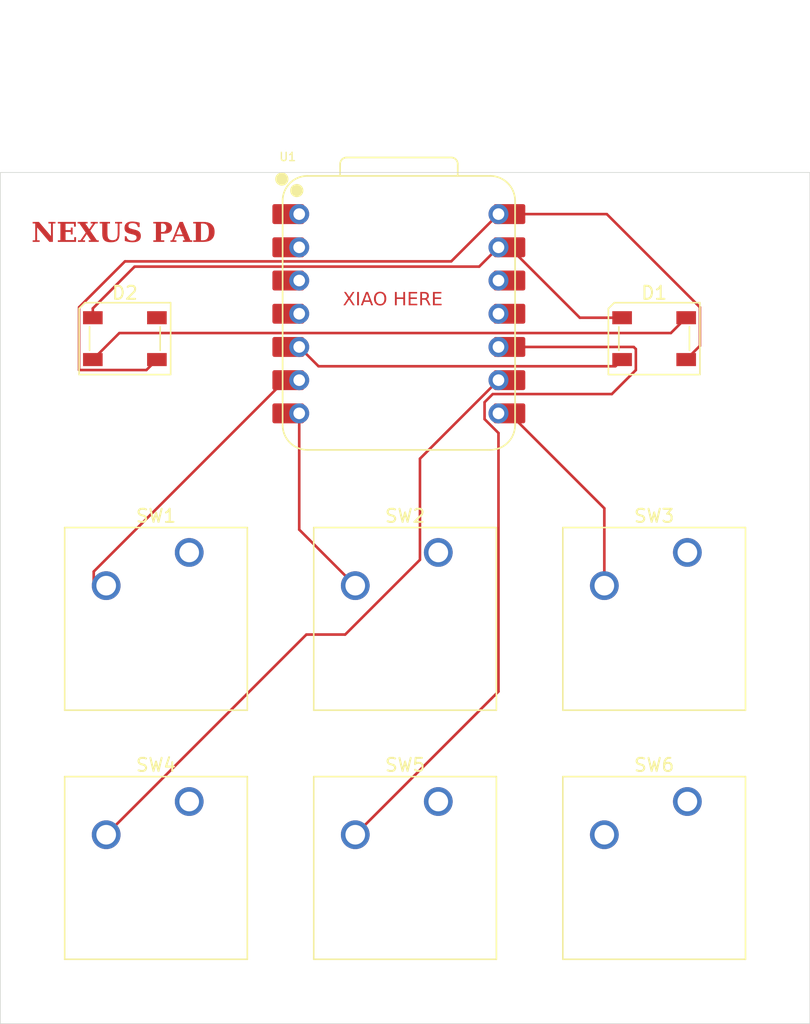
<source format=kicad_pcb>
(kicad_pcb (version 20241229) (generator "pcbnew") (generator_version "9.0")
  (layers (0 "F.Cu" signal) (2 "B.Cu" signal) (13 "F.Paste" user) (15 "B.Paste" user) (5 "F.SilkS" user "F.Silkscreen") (7 "B.SilkS" user "B.Silkscreen") (1 "F.Mask" user) (3 "B.Mask" user) (25 "Edge.Cuts" user))
  (net 0 "")
  (net 1 "Net-(D1-DOUT)")
  (net 2 "+5V")
  (net 3 "GND")
  (net 4 "Net-(D1-DIN)")
  (net 13 "Net-(U1-GPIO7{slash}SCL)")
  (net 14 "Net-(U1-GPIO0{slash}TX)")
  (net 15 "Net-(U1-GPIO1{slash}RX)")
  (net 16 "Net-(U1-GPIO2{slash}SCK)")
  (net 17 "Net-(U1-GPIO4{slash}MISO)")
  (net 21 "unconnected-(U1-GPIO26{slash}ADC0{slash}A0-Pad1)")
  (footprint "Button_Switch_Keyboard:SW_Cherry_MX_1.00u_PCB" (layer "F.Cu") (at 114.45875 49.68875)
    (property "Reference" "SW3" (at -2.54 -2.794 0) (layer "F.SilkS"))
    (property "Value" "SW_Push")
    (fp_line (start -9.525 -1.905) (end 4.445 -1.905) (stroke (width 0.12)) (layer "F.SilkS"))
    (fp_line (start -9.525 12.065) (end -9.525 -1.905) (stroke (width 0.12)) (layer "F.SilkS"))
    (fp_line (start 4.445 -1.905) (end 4.445 12.065) (stroke (width 0.12)) (layer "F.SilkS"))
    (fp_line (start 4.445 12.065) (end -9.525 12.065) (stroke (width 0.12)) (layer "F.SilkS"))
    (pad "" np_thru_hole circle (at -7.62 5.08) (size 1.7 1.7) (drill 1.7) (layers "*.Cu" "*.Mask"))
    (pad "" np_thru_hole circle (at -2.54 5.08) (size 4 4) (drill 4) (layers "*.Cu" "*.Mask"))
    (pad "" np_thru_hole circle (at 2.54 5.08) (size 1.7 1.7) (drill 1.7) (layers "*.Cu" "*.Mask"))
    (pad "1" thru_hole circle (at 0 0) (size 2.2 2.2) (drill 1.5) (layers "*.Cu" "*.Mask"))
    (pad "2" thru_hole circle (at -6.35 2.54) (size 2.2 2.2) (drill 1.5) (layers "*.Cu" "*.Mask") (net 15 "Net-(U1-GPIO1{slash}RX)"))
  )
  (footprint "Button_Switch_Keyboard:SW_Cherry_MX_1.00u_PCB" (layer "F.Cu") (at 95.40875 49.68875)
    (property "Reference" "SW2" (at -2.54 -2.794 0) (layer "F.SilkS"))
    (property "Value" "SW_Push")
    (fp_line (start -9.525 -1.905) (end 4.445 -1.905) (stroke (width 0.12)) (layer "F.SilkS"))
    (fp_line (start -9.525 12.065) (end -9.525 -1.905) (stroke (width 0.12)) (layer "F.SilkS"))
    (fp_line (start 4.445 -1.905) (end 4.445 12.065) (stroke (width 0.12)) (layer "F.SilkS"))
    (fp_line (start 4.445 12.065) (end -9.525 12.065) (stroke (width 0.12)) (layer "F.SilkS"))
    (pad "" np_thru_hole circle (at -7.62 5.08) (size 1.7 1.7) (drill 1.7) (layers "*.Cu" "*.Mask"))
    (pad "" np_thru_hole circle (at -2.54 5.08) (size 4 4) (drill 4) (layers "*.Cu" "*.Mask"))
    (pad "" np_thru_hole circle (at 2.54 5.08) (size 1.7 1.7) (drill 1.7) (layers "*.Cu" "*.Mask"))
    (pad "1" thru_hole circle (at 0 0) (size 2.2 2.2) (drill 1.5) (layers "*.Cu" "*.Mask"))
    (pad "2" thru_hole circle (at -6.35 2.54) (size 2.2 2.2) (drill 1.5) (layers "*.Cu" "*.Mask") (net 14 "Net-(U1-GPIO0{slash}TX)"))
  )
  (footprint "LED_SMD:LED_SK6812_PLCC4_5.0x5.0mm_P3.2mm" (layer "F.Cu") (at 71.4375 33.3375)
    (property "Reference" "D2" (at 0 -3.5 0) (layer "F.SilkS"))
    (property "Value" "SK6812")
    (fp_line (start -3.5 -2.3) (end -3.5 2.75) (stroke (width 0.12)) (layer "F.SilkS"))
    (fp_line (start -3.05 -2.75) (end -3.5 -2.3) (stroke (width 0.12)) (layer "F.SilkS"))
    (fp_line (start -2.7 -0.9) (end -2.7 0.9) (stroke (width 0.12)) (layer "F.SilkS"))
    (fp_line (start 2.7 -0.9) (end 2.7 0.9) (stroke (width 0.12)) (layer "F.SilkS"))
    (fp_line (start 3.5 -2.75) (end -3.05 -2.75) (stroke (width 0.12)) (layer "F.SilkS"))
    (fp_line (start 3.5 2.75) (end -3.5 2.75) (stroke (width 0.12)) (layer "F.SilkS"))
    (fp_line (start 3.5 2.75) (end 3.5 -2.75) (stroke (width 0.12)) (layer "F.SilkS"))
    (pad "1" smd rect (at -2.45 -1.6 180) (size 1.5 1) (layers "F.Cu" "F.Mask" "F.Paste") (net 3 "GND"))
    (pad "2" smd rect (at -2.45 1.6 180) (size 1.5 1) (layers "F.Cu" "F.Mask" "F.Paste") (net 1 "Net-(D1-DOUT)"))
    (pad "3" smd rect (at 2.45 1.6 180) (size 1.5 1) (layers "F.Cu" "F.Mask" "F.Paste") (net 2 "+5V"))
    (pad "4" smd rect (at 2.45 -1.6 180) (size 1.5 1) (layers "F.Cu" "F.Mask" "F.Paste"))
  )
  (footprint "OPL Lib:XIAO-RP2040-DIP" (layer "F.Cu") (at 92.3925 31.4325)
    (property "Reference" "U1" (at -8.5 -12 0) (layer "F.SilkS") (effects (font (size 0.635 0.635) (thickness 0.1016))))
    (property "Value" "XIAO-RP2040-DIP")
    (fp_line (start -8.89 8.509) (end -8.89 -8.636) (stroke (width 0.127)) (layer "F.SilkS"))
    (fp_line (start -6.985 10.414) (end 6.985 10.414) (stroke (width 0.127)) (layer "F.SilkS"))
    (fp_line (start -4.495 -10.541) (end -4.491272 -11.451272) (stroke (width 0.127)) (layer "F.SilkS"))
    (fp_line (start -3.991272 -11.951) (end 4.004 -11.951) (stroke (width 0.127)) (layer "F.SilkS"))
    (fp_line (start 4.504 -11.451) (end 4.504 -10.541) (stroke (width 0.127)) (layer "F.SilkS"))
    (fp_line (start 6.985 -10.541) (end -6.985 -10.541) (stroke (width 0.1)) (layer "F.SilkS"))
    (fp_line (start 6.985 -10.541) (end -6.985 -10.541) (stroke (width 0.127)) (layer "F.SilkS"))
    (fp_line (start 8.89 8.509) (end 8.89 -8.636) (stroke (width 0.127)) (layer "F.SilkS"))
    (fp_arc (start -8.89 -8.636) (mid -8.332038 -9.983038) (end -6.985 -10.541) (stroke (width 0.127)) (layer "F.SilkS"))
    (fp_arc (start -6.985 10.414) (mid -8.332038 9.856038) (end -8.89 8.509) (stroke (width 0.127)) (layer "F.SilkS"))
    (fp_arc (start -4.491272 -11.451272) (mid -4.344728 -11.80464) (end -3.991272 -11.951) (stroke (width 0.127)) (layer "F.SilkS"))
    (fp_arc (start 4.004 -11.951) (mid 4.357553 -11.804553) (end 4.504 -11.451) (stroke (width 0.127)) (layer "F.SilkS"))
    (fp_arc (start 6.985 -10.541) (mid 8.332038 -9.983038) (end 8.89 -8.636) (stroke (width 0.127)) (layer "F.SilkS"))
    (fp_arc (start 8.89 8.509) (mid 8.332038 9.856038) (end 6.985 10.414) (stroke (width 0.127)) (layer "F.SilkS"))
    (fp_circle (center -8.95 -10.3) (end -8.95 -10.554) (stroke (width 0.5)) (fill yes) (layer "F.SilkS"))
    (fp_circle (center -7.807 -9.42) (end -7.807 -9.674) (stroke (width 0.5)) (fill yes) (layer "F.SilkS"))
    (pad "1" smd roundrect (at -8.455 -7.62 180) (size 2.432 1.524) (layers "F.Cu" "F.Mask") (roundrect_rratio 0.1) (net 21 "unconnected-(U1-GPIO26{slash}ADC0{slash}A0-Pad1)"))
    (pad "1" thru_hole circle (at -7.62 -7.62 180) (size 1.524 1.524) (drill 0.889) (layers "*.Cu" "*.Mask") (net 21 "unconnected-(U1-GPIO26{slash}ADC0{slash}A0-Pad1)"))
    (pad "2" smd roundrect (at -8.455 -5.08 180) (size 2.432 1.524) (layers "F.Cu" "F.Mask") (roundrect_rratio 0.1))
    (pad "2" thru_hole circle (at -7.62 -5.08 180) (size 1.524 1.524) (drill 0.889) (layers "*.Cu" "*.Mask"))
    (pad "3" smd roundrect (at -8.455 -2.54 180) (size 2.432 1.524) (layers "F.Cu" "F.Mask") (roundrect_rratio 0.1))
    (pad "3" thru_hole circle (at -7.62 -2.54 180) (size 1.524 1.524) (drill 0.889) (layers "*.Cu" "*.Mask"))
    (pad "4" smd roundrect (at -8.455 0 180) (size 2.432 1.524) (layers "F.Cu" "F.Mask") (roundrect_rratio 0.1))
    (pad "4" thru_hole circle (at -7.62 0 180) (size 1.524 1.524) (drill 0.889) (layers "*.Cu" "*.Mask"))
    (pad "5" smd roundrect (at -8.455 2.54 180) (size 2.432 1.524) (layers "F.Cu" "F.Mask") (roundrect_rratio 0.1) (net 4 "Net-(D1-DIN)"))
    (pad "5" thru_hole circle (at -7.62 2.54 180) (size 1.524 1.524) (drill 0.889) (layers "*.Cu" "*.Mask") (net 4 "Net-(D1-DIN)"))
    (pad "6" smd roundrect (at -8.455 5.08 180) (size 2.432 1.524) (layers "F.Cu" "F.Mask") (roundrect_rratio 0.1) (net 13 "Net-(U1-GPIO7{slash}SCL)"))
    (pad "6" thru_hole circle (at -7.62 5.08 180) (size 1.524 1.524) (drill 0.889) (layers "*.Cu" "*.Mask") (net 13 "Net-(U1-GPIO7{slash}SCL)"))
    (pad "7" smd roundrect (at -8.455 7.62 180) (size 2.432 1.524) (layers "F.Cu" "F.Mask") (roundrect_rratio 0.1) (net 14 "Net-(U1-GPIO0{slash}TX)"))
    (pad "7" thru_hole circle (at -7.62 7.62 180) (size 1.524 1.524) (drill 0.889) (layers "*.Cu" "*.Mask") (net 14 "Net-(U1-GPIO0{slash}TX)"))
    (pad "8" thru_hole circle (at 7.62 7.62) (size 1.524 1.524) (drill 0.889) (layers "*.Cu" "*.Mask") (net 15 "Net-(U1-GPIO1{slash}RX)"))
    (pad "8" smd roundrect (at 8.455 7.62) (size 2.432 1.524) (layers "F.Cu" "F.Mask") (roundrect_rratio 0.1) (net 15 "Net-(U1-GPIO1{slash}RX)"))
    (pad "9" thru_hole circle (at 7.62 5.08) (size 1.524 1.524) (drill 0.889) (layers "*.Cu" "*.Mask") (net 16 "Net-(U1-GPIO2{slash}SCK)"))
    (pad "9" smd roundrect (at 8.455 5.08) (size 2.432 1.524) (layers "F.Cu" "F.Mask") (roundrect_rratio 0.1) (net 16 "Net-(U1-GPIO2{slash}SCK)"))
    (pad "10" thru_hole circle (at 7.62 2.54) (size 1.524 1.524) (drill 0.889) (layers "*.Cu" "*.Mask") (net 17 "Net-(U1-GPIO4{slash}MISO)"))
    (pad "10" smd roundrect (at 8.455 2.54) (size 2.432 1.524) (layers "F.Cu" "F.Mask") (roundrect_rratio 0.1) (net 17 "Net-(U1-GPIO4{slash}MISO)"))
    (pad "11" thru_hole circle (at 7.62 0) (size 1.524 1.524) (drill 0.889) (layers "*.Cu" "*.Mask"))
    (pad "11" smd roundrect (at 8.455 0) (size 2.432 1.524) (layers "F.Cu" "F.Mask") (roundrect_rratio 0.1))
    (pad "12" thru_hole circle (at 7.62 -2.54) (size 1.524 1.524) (drill 0.889) (layers "*.Cu" "*.Mask"))
    (pad "12" smd roundrect (at 8.455 -2.54) (size 2.432 1.524) (layers "F.Cu" "F.Mask") (roundrect_rratio 0.1))
    (pad "13" thru_hole circle (at 7.62 -5.08) (size 1.524 1.524) (drill 0.889) (layers "*.Cu" "*.Mask") (net 3 "GND"))
    (pad "13" smd roundrect (at 8.455 -5.08) (size 2.432 1.524) (layers "F.Cu" "F.Mask") (roundrect_rratio 0.1) (net 3 "GND"))
    (pad "14" thru_hole circle (at 7.62 -7.62) (size 1.524 1.524) (drill 0.889) (layers "*.Cu" "*.Mask") (net 2 "+5V"))
    (pad "14" smd roundrect (at 8.455 -7.62) (size 2.432 1.524) (layers "F.Cu" "F.Mask") (roundrect_rratio 0.1) (net 2 "+5V"))
  )
  (footprint "Button_Switch_Keyboard:SW_Cherry_MX_1.00u_PCB" (layer "F.Cu") (at 76.35875 49.68875)
    (property "Reference" "SW1" (at -2.54 -2.794 0) (layer "F.SilkS"))
    (property "Value" "SW_Push")
    (fp_line (start -9.525 -1.905) (end 4.445 -1.905) (stroke (width 0.12)) (layer "F.SilkS"))
    (fp_line (start -9.525 12.065) (end -9.525 -1.905) (stroke (width 0.12)) (layer "F.SilkS"))
    (fp_line (start 4.445 -1.905) (end 4.445 12.065) (stroke (width 0.12)) (layer "F.SilkS"))
    (fp_line (start 4.445 12.065) (end -9.525 12.065) (stroke (width 0.12)) (layer "F.SilkS"))
    (pad "" np_thru_hole circle (at -7.62 5.08) (size 1.7 1.7) (drill 1.7) (layers "*.Cu" "*.Mask"))
    (pad "" np_thru_hole circle (at -2.54 5.08) (size 4 4) (drill 4) (layers "*.Cu" "*.Mask"))
    (pad "" np_thru_hole circle (at 2.54 5.08) (size 1.7 1.7) (drill 1.7) (layers "*.Cu" "*.Mask"))
    (pad "1" thru_hole circle (at 0 0) (size 2.2 2.2) (drill 1.5) (layers "*.Cu" "*.Mask"))
    (pad "2" thru_hole circle (at -6.35 2.54) (size 2.2 2.2) (drill 1.5) (layers "*.Cu" "*.Mask") (net 13 "Net-(U1-GPIO7{slash}SCL)"))
  )
  (footprint "Button_Switch_Keyboard:SW_Cherry_MX_1.00u_PCB" (layer "F.Cu") (at 95.40875 68.73875)
    (property "Reference" "SW5" (at -2.54 -2.794 0) (layer "F.SilkS"))
    (property "Value" "SW_Push")
    (fp_line (start -9.525 -1.905) (end 4.445 -1.905) (stroke (width 0.12)) (layer "F.SilkS"))
    (fp_line (start -9.525 12.065) (end -9.525 -1.905) (stroke (width 0.12)) (layer "F.SilkS"))
    (fp_line (start 4.445 -1.905) (end 4.445 12.065) (stroke (width 0.12)) (layer "F.SilkS"))
    (fp_line (start 4.445 12.065) (end -9.525 12.065) (stroke (width 0.12)) (layer "F.SilkS"))
    (pad "" np_thru_hole circle (at -7.62 5.08) (size 1.7 1.7) (drill 1.7) (layers "*.Cu" "*.Mask"))
    (pad "" np_thru_hole circle (at -2.54 5.08) (size 4 4) (drill 4) (layers "*.Cu" "*.Mask"))
    (pad "" np_thru_hole circle (at 2.54 5.08) (size 1.7 1.7) (drill 1.7) (layers "*.Cu" "*.Mask"))
    (pad "1" thru_hole circle (at 0 0) (size 2.2 2.2) (drill 1.5) (layers "*.Cu" "*.Mask"))
    (pad "2" thru_hole circle (at -6.35 2.54) (size 2.2 2.2) (drill 1.5) (layers "*.Cu" "*.Mask") (net 17 "Net-(U1-GPIO4{slash}MISO)"))
  )
  (footprint "LED_SMD:LED_SK6812_PLCC4_5.0x5.0mm_P3.2mm" (layer "F.Cu") (at 111.91875 33.3375)
    (property "Reference" "D1" (at 0 -3.5 0) (layer "F.SilkS"))
    (property "Value" "SK6812")
    (fp_line (start -3.5 -2.3) (end -3.5 2.75) (stroke (width 0.12)) (layer "F.SilkS"))
    (fp_line (start -3.05 -2.75) (end -3.5 -2.3) (stroke (width 0.12)) (layer "F.SilkS"))
    (fp_line (start -2.7 -0.9) (end -2.7 0.9) (stroke (width 0.12)) (layer "F.SilkS"))
    (fp_line (start 2.7 -0.9) (end 2.7 0.9) (stroke (width 0.12)) (layer "F.SilkS"))
    (fp_line (start 3.5 -2.75) (end -3.05 -2.75) (stroke (width 0.12)) (layer "F.SilkS"))
    (fp_line (start 3.5 2.75) (end -3.5 2.75) (stroke (width 0.12)) (layer "F.SilkS"))
    (fp_line (start 3.5 2.75) (end 3.5 -2.75) (stroke (width 0.12)) (layer "F.SilkS"))
    (pad "1" smd rect (at -2.45 -1.6 180) (size 1.5 1) (layers "F.Cu" "F.Mask" "F.Paste") (net 3 "GND"))
    (pad "2" smd rect (at -2.45 1.6 180) (size 1.5 1) (layers "F.Cu" "F.Mask" "F.Paste") (net 4 "Net-(D1-DIN)"))
    (pad "3" smd rect (at 2.45 1.6 180) (size 1.5 1) (layers "F.Cu" "F.Mask" "F.Paste") (net 2 "+5V"))
    (pad "4" smd rect (at 2.45 -1.6 180) (size 1.5 1) (layers "F.Cu" "F.Mask" "F.Paste") (net 1 "Net-(D1-DOUT)"))
  )
  (footprint "Button_Switch_Keyboard:SW_Cherry_MX_1.00u_PCB" (layer "F.Cu") (at 76.35875 68.73875)
    (property "Reference" "SW4" (at -2.54 -2.794 0) (layer "F.SilkS"))
    (property "Value" "SW_Push")
    (fp_line (start -9.525 -1.905) (end 4.445 -1.905) (stroke (width 0.12)) (layer "F.SilkS"))
    (fp_line (start -9.525 12.065) (end -9.525 -1.905) (stroke (width 0.12)) (layer "F.SilkS"))
    (fp_line (start 4.445 -1.905) (end 4.445 12.065) (stroke (width 0.12)) (layer "F.SilkS"))
    (fp_line (start 4.445 12.065) (end -9.525 12.065) (stroke (width 0.12)) (layer "F.SilkS"))
    (pad "" np_thru_hole circle (at -7.62 5.08) (size 1.7 1.7) (drill 1.7) (layers "*.Cu" "*.Mask"))
    (pad "" np_thru_hole circle (at -2.54 5.08) (size 4 4) (drill 4) (layers "*.Cu" "*.Mask"))
    (pad "" np_thru_hole circle (at 2.54 5.08) (size 1.7 1.7) (drill 1.7) (layers "*.Cu" "*.Mask"))
    (pad "1" thru_hole circle (at 0 0) (size 2.2 2.2) (drill 1.5) (layers "*.Cu" "*.Mask"))
    (pad "2" thru_hole circle (at -6.35 2.54) (size 2.2 2.2) (drill 1.5) (layers "*.Cu" "*.Mask") (net 16 "Net-(U1-GPIO2{slash}SCK)"))
  )
  (footprint "Button_Switch_Keyboard:SW_Cherry_MX_1.00u_PCB" (layer "F.Cu") (at 114.45875 68.73875)
    (property "Reference" "SW6" (at -2.54 -2.794 0) (layer "F.SilkS"))
    (property "Value" "SW_Push")
    (fp_line (start -9.525 -1.905) (end 4.445 -1.905) (stroke (width 0.12)) (layer "F.SilkS"))
    (fp_line (start -9.525 12.065) (end -9.525 -1.905) (stroke (width 0.12)) (layer "F.SilkS"))
    (fp_line (start 4.445 -1.905) (end 4.445 12.065) (stroke (width 0.12)) (layer "F.SilkS"))
    (fp_line (start 4.445 12.065) (end -9.525 12.065) (stroke (width 0.12)) (layer "F.SilkS"))
    (pad "" np_thru_hole circle (at -7.62 5.08) (size 1.7 1.7) (drill 1.7) (layers "*.Cu" "*.Mask"))
    (pad "" np_thru_hole circle (at -2.54 5.08) (size 4 4) (drill 4) (layers "*.Cu" "*.Mask"))
    (pad "" np_thru_hole circle (at 2.54 5.08) (size 1.7 1.7) (drill 1.7) (layers "*.Cu" "*.Mask"))
    (pad "1" thru_hole circle (at 0 0) (size 2.2 2.2) (drill 1.5) (layers "*.Cu" "*.Mask"))
    (pad "2" thru_hole circle (at -6.35 2.54) (size 2.2 2.2) (drill 1.5) (layers "*.Cu" "*.Mask"))
  )
  (gr_rect (start 61.9125 20.63125) (end 123.825 85.725) (stroke (width 0.05)) (fill no) (layer "Edge.Cuts"))
  (gr_text "XIAO HERE" (at 88.10625 30.95625 0) (layer "F.Cu") (effects (font (size 1 1) (thickness 0.1)) (justify left bottom)))
  (gr_text "NEXUS PAD" (at 64.29375 26.19375 0) (layer "F.Cu") (effects (font (size 1.5 1.5) (thickness 0.3) (bold yes)) (justify left bottom)))
  (segment (start 114.36875 31.7375) (end 113.19675 32.9095) (width 0.2) (layer "F.Cu") (net 1))
  (segment (start 71.0155 32.9095) (end 68.9875 34.9375) (width 0.2) (layer "F.Cu") (net 1))
  (segment (start 113.19675 32.9095) (end 71.0155 32.9095) (width 0.2) (layer "F.Cu") (net 1))
  (segment (start 67.9365 30.9365) (end 71.4445 27.4285) (width 0.2) (layer "F.Cu") (net 2))
  (segment (start 71.4445 27.4285) (end 96.3965 27.4285) (width 0.2) (layer "F.Cu") (net 2))
  (segment (start 108.29575 23.8125) (end 100.8475 23.8125) (width 0.2) (layer "F.Cu") (net 2))
  (segment (start 73.8875 34.9375) (end 73.0865 35.7385) (width 0.2) (layer "F.Cu") (net 2))
  (segment (start 67.9365 35.7385) (end 67.9365 30.9365) (width 0.2) (layer "F.Cu") (net 2))
  (segment (start 115.41975 30.9365) (end 108.29575 23.8125) (width 0.2) (layer "F.Cu") (net 2))
  (segment (start 73.0865 35.7385) (end 67.9365 35.7385) (width 0.2) (layer "F.Cu") (net 2))
  (segment (start 96.3965 27.4285) (end 100.0125 23.8125) (width 0.2) (layer "F.Cu") (net 2))
  (segment (start 115.41975 33.8865) (end 115.41975 30.9365) (width 0.2) (layer "F.Cu") (net 2))
  (segment (start 114.36875 34.9375) (end 115.41975 33.8865) (width 0.2) (layer "F.Cu") (net 2))
  (segment (start 72.183 27.8295) (end 98.5355 27.8295) (width 0.2) (layer "F.Cu") (net 3))
  (segment (start 68.9875 31.025) (end 72.183 27.8295) (width 0.2) (layer "F.Cu") (net 3))
  (segment (start 109.46875 31.7375) (end 106.2325 31.7375) (width 0.2) (layer "F.Cu") (net 3))
  (segment (start 106.2325 31.7375) (end 100.8475 26.3525) (width 0.2) (layer "F.Cu") (net 3))
  (segment (start 98.5355 27.8295) (end 100.0125 26.3525) (width 0.2) (layer "F.Cu") (net 3))
  (segment (start 68.9875 31.7375) (end 68.9875 31.025) (width 0.2) (layer "F.Cu") (net 3))
  (segment (start 108.95675 35.4495) (end 86.2495 35.4495) (width 0.2) (layer "F.Cu") (net 4))
  (segment (start 109.46875 34.9375) (end 108.95675 35.4495) (width 0.2) (layer "F.Cu") (net 4))
  (segment (start 86.2495 35.4495) (end 84.7725 33.9725) (width 0.2) (layer "F.Cu") (net 4))
  (segment (start 69.05625 51.15112) (end 83.69487 36.5125) (width 0.2) (layer "F.Cu") (net 13))
  (segment (start 70.00875 52.22875) (end 69.215 52.22875) (width 0.2) (layer "F.Cu") (net 13))
  (segment (start 83.9375 36.5125) (end 84.7725 36.5125) (width 0.2) (layer "F.Cu") (net 13))
  (segment (start 83.69487 36.5125) (end 84.7725 36.5125) (width 0.2) (layer "F.Cu") (net 13))
  (segment (start 69.05625 52.3875) (end 69.05625 51.15112) (width 0.2) (layer "F.Cu") (net 13))
  (segment (start 69.215 52.22875) (end 69.05625 52.3875) (width 0.2) (layer "F.Cu") (net 13))
  (segment (start 84.7725 47.9425) (end 89.05875 52.22875) (width 0.2) (layer "F.Cu") (net 14))
  (segment (start 84.7725 39.0525) (end 84.7725 47.9425) (width 0.2) (layer "F.Cu") (net 14))
  (segment (start 108.10875 52.22875) (end 108.10875 46.31375) (width 0.2) (layer "F.Cu") (net 15))
  (segment (start 108.10875 46.31375) (end 100.8475 39.0525) (width 0.2) (layer "F.Cu") (net 15))
  (segment (start 70.00875 71.27875) (end 85.31775 55.96975) (width 0.2) (layer "F.Cu") (net 16))
  (segment (start 88.28622 55.96975) (end 94.00775 50.24822) (width 0.2) (layer "F.Cu") (net 16))
  (segment (start 94.00775 42.51725) (end 100.0125 36.5125) (width 0.2) (layer "F.Cu") (net 16))
  (segment (start 94.00775 50.24822) (end 94.00775 42.51725) (width 0.2) (layer "F.Cu") (net 16))
  (segment (start 85.31775 55.96975) (end 88.28622 55.96975) (width 0.2) (layer "F.Cu") (net 16))
  (segment (start 100.0125 40.55581) (end 98.9495 39.49281) (width 0.2) (layer "F.Cu") (net 17))
  (segment (start 108.68275 37.5755) (end 110.51975 35.7385) (width 0.2) (layer "F.Cu") (net 17))
  (segment (start 100.0125 60.325) (end 100.0125 40.55581) (width 0.2) (layer "F.Cu") (net 17))
  (segment (start 110.51975 34.1365) (end 110.35575 33.9725) (width 0.2) (layer "F.Cu") (net 17))
  (segment (start 98.9495 38.19819) (end 99.57219 37.5755) (width 0.2) (layer "F.Cu") (net 17))
  (segment (start 98.9495 39.49281) (end 98.9495 38.19819) (width 0.2) (layer "F.Cu") (net 17))
  (segment (start 110.35575 33.9725) (end 100.0125 33.9725) (width 0.2) (layer "F.Cu") (net 17))
  (segment (start 110.51975 35.7385) (end 110.51975 34.1365) (width 0.2) (layer "F.Cu") (net 17))
  (segment (start 89.05875 71.27875) (end 100.0125 60.325) (width 0.2) (layer "F.Cu") (net 17))
  (segment (start 99.57219 37.5755) (end 108.68275 37.5755) (width 0.2) (layer "F.Cu") (net 17))
  (segment (start 84.7725 23.8125) (end 83.9375 23.8125) (width 0.2) (layer "F.Cu") (net 21))
)
</source>
